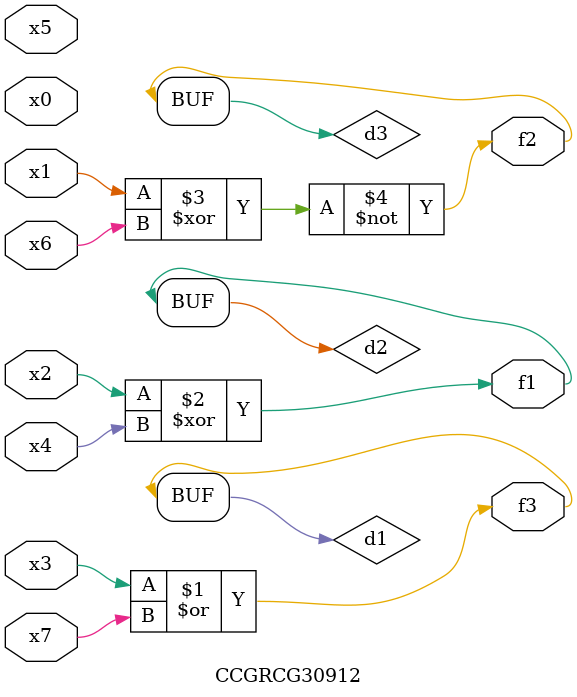
<source format=v>
module CCGRCG30912(
	input x0, x1, x2, x3, x4, x5, x6, x7,
	output f1, f2, f3
);

	wire d1, d2, d3;

	or (d1, x3, x7);
	xor (d2, x2, x4);
	xnor (d3, x1, x6);
	assign f1 = d2;
	assign f2 = d3;
	assign f3 = d1;
endmodule

</source>
